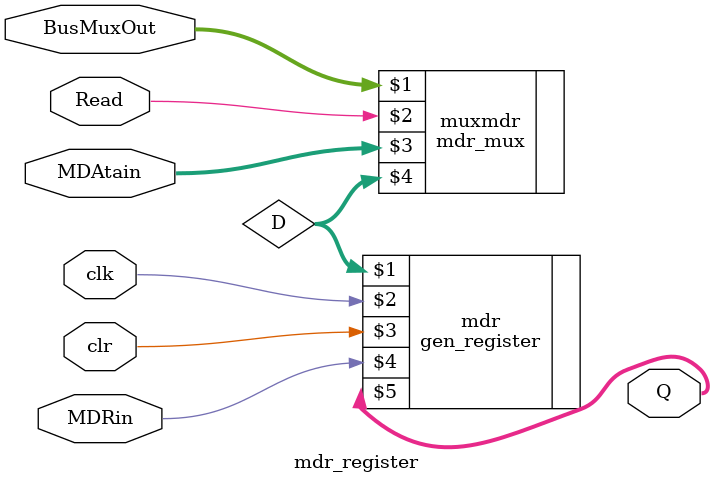
<source format=v>

`timescale 1ns/10ps

module mdr_register (
	input wire [31:0] BusMuxOut,
	input wire clk,
	input wire clr,
	input wire Read,
	input wire MDRin,
	input wire [31:0] MDAtain,
	output wire [31:0] Q
	);
	
	wire [31:0] D;
	
	mdr_mux muxmdr (BusMuxOut, Read, MDAtain, D);
	gen_register mdr (D, clk, clr, MDRin, Q);
endmodule 
</source>
